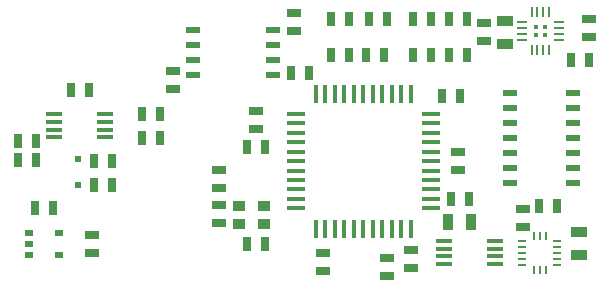
<source format=gtp>
%FSLAX34Y34*%
G04 Gerber Fmt 3.4, Leading zero omitted, Abs format*
G04 (created by PCBNEW (2013-11-03 BZR 4430)-product) date Fri 08 Nov 2013 11:28:15 PM CST*
%MOIN*%
G01*
G70*
G90*
G04 APERTURE LIST*
%ADD10C,0.005906*%
%ADD11R,0.016000X0.060000*%
%ADD12R,0.060000X0.016000*%
%ADD13R,0.030000X0.020000*%
%ADD14R,0.025000X0.045000*%
%ADD15R,0.045000X0.025000*%
%ADD16R,0.053100X0.015700*%
%ADD17R,0.035000X0.055000*%
%ADD18R,0.055000X0.035000*%
%ADD19R,0.045000X0.020000*%
%ADD20R,0.023622X0.023622*%
%ADD21R,0.039370X0.035433*%
%ADD22O,0.009843X0.035433*%
%ADD23O,0.035433X0.009843*%
%ADD24R,0.015748X0.015748*%
%ADD25O,0.031496X0.009843*%
%ADD26O,0.009843X0.031496*%
G04 APERTURE END LIST*
G54D10*
G54D11*
X53149Y-39521D03*
X52834Y-39521D03*
X52519Y-39521D03*
X52204Y-39521D03*
X51889Y-39521D03*
X51574Y-39521D03*
X53464Y-39521D03*
X53779Y-39521D03*
X54094Y-39521D03*
X54409Y-39521D03*
X54724Y-39521D03*
X53149Y-44021D03*
X52834Y-44021D03*
X52519Y-44021D03*
X52204Y-44021D03*
X51889Y-44021D03*
X51574Y-44021D03*
X53464Y-44021D03*
X53779Y-44021D03*
X54094Y-44021D03*
X54409Y-44021D03*
X54724Y-44021D03*
G54D12*
X50899Y-41771D03*
X55399Y-41771D03*
X50899Y-42086D03*
X55399Y-42086D03*
X55399Y-42401D03*
X50899Y-42401D03*
X50899Y-42716D03*
X55399Y-42716D03*
X55399Y-43031D03*
X50899Y-43031D03*
X50899Y-43346D03*
X55399Y-43346D03*
X55399Y-41456D03*
X50899Y-41456D03*
X50899Y-41141D03*
X55399Y-41141D03*
X55399Y-40826D03*
X50899Y-40826D03*
X50899Y-40511D03*
X55399Y-40511D03*
X55399Y-40196D03*
X50899Y-40196D03*
G54D13*
X42019Y-44152D03*
X42019Y-44902D03*
X43019Y-44152D03*
X42019Y-44527D03*
X43019Y-44902D03*
G54D14*
X59620Y-43280D03*
X59020Y-43280D03*
G54D15*
X50846Y-37425D03*
X50846Y-36825D03*
G54D14*
X49880Y-44520D03*
X49280Y-44520D03*
G54D15*
X48350Y-42075D03*
X48350Y-42675D03*
X56299Y-41471D03*
X56299Y-42071D03*
G54D14*
X44000Y-39409D03*
X43400Y-39409D03*
X46362Y-40196D03*
X45762Y-40196D03*
X42819Y-43346D03*
X42219Y-43346D03*
X41650Y-41750D03*
X42250Y-41750D03*
X41650Y-41100D03*
X42250Y-41100D03*
X46362Y-40984D03*
X45762Y-40984D03*
X44788Y-41771D03*
X44188Y-41771D03*
X44188Y-42559D03*
X44788Y-42559D03*
G54D15*
X48350Y-43250D03*
X48350Y-43850D03*
G54D14*
X50743Y-38818D03*
X51343Y-38818D03*
G54D15*
X46811Y-38774D03*
X46811Y-39374D03*
X44094Y-44227D03*
X44094Y-44827D03*
X49586Y-40093D03*
X49586Y-40693D03*
X54724Y-44719D03*
X54724Y-45319D03*
X53937Y-45014D03*
X53937Y-45614D03*
G54D14*
X56599Y-38228D03*
X55999Y-38228D03*
X54818Y-37047D03*
X55418Y-37047D03*
X55999Y-37047D03*
X56599Y-37047D03*
X55418Y-38228D03*
X54818Y-38228D03*
X52662Y-38228D03*
X52062Y-38228D03*
X53843Y-38228D03*
X53243Y-38228D03*
X52062Y-37047D03*
X52662Y-37047D03*
X53341Y-37047D03*
X53941Y-37047D03*
X60075Y-38400D03*
X60675Y-38400D03*
G54D15*
X57165Y-37180D03*
X57165Y-37780D03*
X60675Y-37025D03*
X60675Y-37625D03*
G54D16*
X44546Y-40974D03*
X44546Y-40718D03*
X44546Y-40462D03*
X44546Y-40206D03*
X42854Y-40206D03*
X42854Y-40462D03*
X42854Y-40718D03*
X42854Y-40974D03*
G54D17*
X55975Y-43800D03*
X56725Y-43800D03*
G54D18*
X57874Y-37855D03*
X57874Y-37105D03*
X60350Y-44900D03*
X60350Y-44150D03*
G54D14*
X55762Y-39586D03*
X56362Y-39586D03*
G54D15*
X51791Y-45418D03*
X51791Y-44818D03*
G54D14*
X49266Y-41299D03*
X49866Y-41299D03*
G54D19*
X50157Y-37399D03*
X50157Y-37899D03*
X50157Y-38399D03*
X50157Y-38899D03*
X47480Y-38899D03*
X47480Y-38399D03*
X47480Y-37899D03*
X47480Y-37399D03*
X60155Y-42484D03*
X60155Y-41984D03*
X60155Y-41484D03*
X60155Y-40984D03*
X60155Y-40484D03*
X60155Y-39984D03*
X60155Y-39484D03*
X58055Y-39484D03*
X58055Y-39984D03*
X58055Y-40484D03*
X58055Y-40984D03*
X58055Y-41484D03*
X58055Y-41984D03*
X58055Y-42484D03*
G54D15*
X58460Y-43960D03*
X58460Y-43360D03*
G54D14*
X56680Y-43040D03*
X56080Y-43040D03*
G54D20*
X43650Y-42583D03*
X43650Y-41716D03*
G54D21*
X49848Y-43269D03*
X49001Y-43269D03*
X49001Y-43880D03*
X49848Y-43880D03*
G54D16*
X57538Y-45206D03*
X57538Y-44950D03*
X57538Y-44694D03*
X57538Y-44438D03*
X55846Y-44438D03*
X55846Y-44694D03*
X55846Y-44950D03*
X55846Y-45206D03*
G54D22*
X58956Y-38070D03*
X58759Y-38070D03*
X59153Y-38070D03*
X59350Y-38070D03*
X59350Y-36811D03*
X59153Y-36811D03*
X58759Y-36811D03*
X58956Y-36811D03*
G54D23*
X58425Y-37342D03*
X58425Y-37145D03*
X58425Y-37539D03*
X58425Y-37736D03*
X59685Y-37736D03*
X59685Y-37539D03*
X59685Y-37145D03*
X59685Y-37342D03*
G54D24*
X59192Y-37578D03*
X58917Y-37578D03*
X58917Y-37303D03*
X59192Y-37303D03*
G54D25*
X58443Y-44628D03*
X58443Y-44825D03*
X58439Y-45021D03*
X58443Y-45218D03*
X58443Y-44431D03*
X59620Y-44431D03*
X59620Y-45218D03*
X59616Y-45021D03*
X59620Y-44825D03*
X59620Y-44628D03*
G54D26*
X58853Y-44254D03*
X59050Y-44254D03*
X59246Y-44254D03*
X59246Y-45395D03*
X59050Y-45395D03*
X58853Y-45395D03*
M02*

</source>
